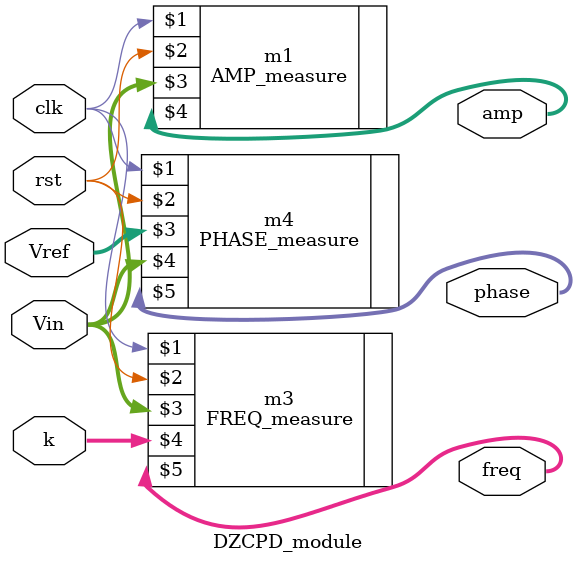
<source format=v>
`timescale 1ns / 1ps
module DZCPD_module #(parameter M=14)(
   input clk,
	input rst,
	input signed [M-1:0] Vref,
	input signed [M-1:0] Vin,
	input [7:0] k,
	output [15:0] freq,
	output signed [M-1:0] amp,
	output [15:0] phase
	);
	
	//wire signed [M-1:0] offset;
	
	AMP_measure m1(clk,rst,Vin,amp);
	FREQ_measure m3(clk,rst,Vin,k,freq);
	PHASE_measure m4(clk,rst,Vref,Vin,phase);
	
endmodule

</source>
